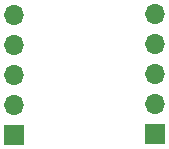
<source format=gbr>
%TF.GenerationSoftware,KiCad,Pcbnew,(6.0.4)*%
%TF.CreationDate,2023-08-09T15:54:22-04:00*%
%TF.ProjectId,ENS160,454e5331-3630-42e6-9b69-6361645f7063,rev?*%
%TF.SameCoordinates,Original*%
%TF.FileFunction,Copper,L2,Bot*%
%TF.FilePolarity,Positive*%
%FSLAX46Y46*%
G04 Gerber Fmt 4.6, Leading zero omitted, Abs format (unit mm)*
G04 Created by KiCad (PCBNEW (6.0.4)) date 2023-08-09 15:54:22*
%MOMM*%
%LPD*%
G01*
G04 APERTURE LIST*
%TA.AperFunction,ComponentPad*%
%ADD10R,1.700000X1.700000*%
%TD*%
%TA.AperFunction,ComponentPad*%
%ADD11O,1.700000X1.700000*%
%TD*%
G04 APERTURE END LIST*
D10*
%TO.P,J1,1,Pin_1*%
%TO.N,+3V3*%
X137975000Y-104300000D03*
D11*
%TO.P,J1,2,Pin_2*%
%TO.N,+1V8*%
X137975000Y-101760000D03*
%TO.P,J1,3,Pin_3*%
%TO.N,Net-(J1-Pad3)*%
X137975000Y-99220000D03*
%TO.P,J1,4,Pin_4*%
%TO.N,Net-(J1-Pad4)*%
X137975000Y-96680000D03*
%TO.P,J1,5,Pin_5*%
%TO.N,Net-(J1-Pad5)*%
X137975000Y-94140000D03*
%TD*%
D10*
%TO.P,J2,1,Pin_1*%
%TO.N,Net-(J2-Pad1)*%
X149925000Y-104150000D03*
D11*
%TO.P,J2,2,Pin_2*%
%TO.N,Net-(J2-Pad2)*%
X149925000Y-101610000D03*
%TO.P,J2,3,Pin_3*%
%TO.N,GND*%
X149925000Y-99070000D03*
%TO.P,J2,4,Pin_4*%
X149925000Y-96530000D03*
%TO.P,J2,5,Pin_5*%
X149925000Y-93990000D03*
%TD*%
M02*

</source>
